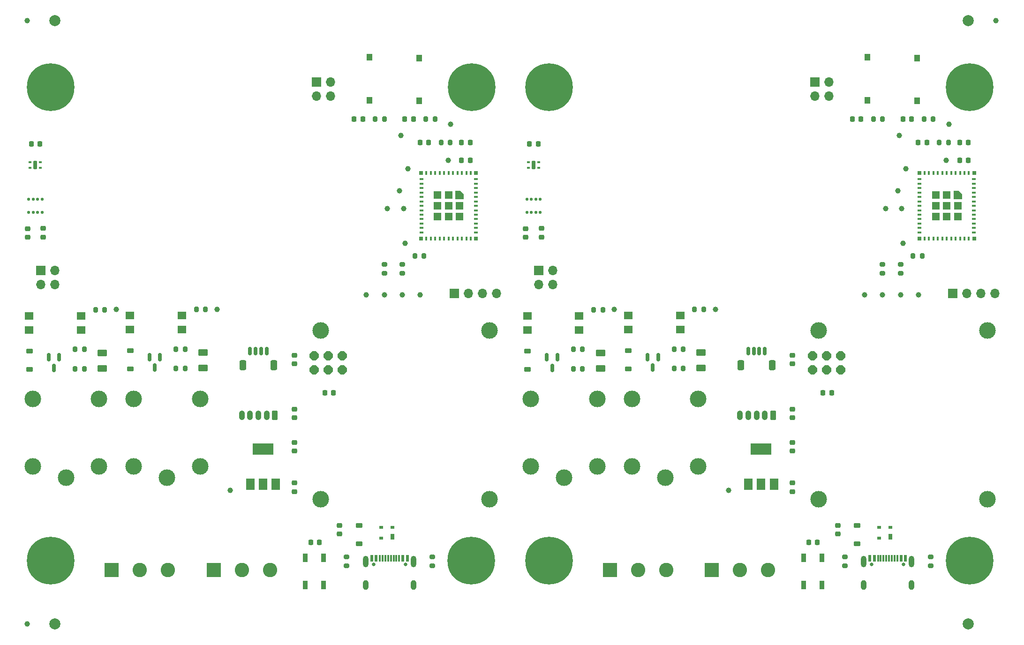
<source format=gbr>
%TF.GenerationSoftware,KiCad,Pcbnew,(7.0.0-0)*%
%TF.CreationDate,2023-04-22T21:20:02-04:00*%
%TF.ProjectId,KwartzLab-SensorBoard-Rev3 Panel,4b776172-747a-44c6-9162-2d53656e736f,3*%
%TF.SameCoordinates,Original*%
%TF.FileFunction,Soldermask,Top*%
%TF.FilePolarity,Negative*%
%FSLAX46Y46*%
G04 Gerber Fmt 4.6, Leading zero omitted, Abs format (unit mm)*
G04 Created by KiCad (PCBNEW (7.0.0-0)) date 2023-04-22 21:20:02*
%MOMM*%
%LPD*%
G01*
G04 APERTURE LIST*
G04 Aperture macros list*
%AMRoundRect*
0 Rectangle with rounded corners*
0 $1 Rounding radius*
0 $2 $3 $4 $5 $6 $7 $8 $9 X,Y pos of 4 corners*
0 Add a 4 corners polygon primitive as box body*
4,1,4,$2,$3,$4,$5,$6,$7,$8,$9,$2,$3,0*
0 Add four circle primitives for the rounded corners*
1,1,$1+$1,$2,$3*
1,1,$1+$1,$4,$5*
1,1,$1+$1,$6,$7*
1,1,$1+$1,$8,$9*
0 Add four rect primitives between the rounded corners*
20,1,$1+$1,$2,$3,$4,$5,0*
20,1,$1+$1,$4,$5,$6,$7,0*
20,1,$1+$1,$6,$7,$8,$9,0*
20,1,$1+$1,$8,$9,$2,$3,0*%
%AMFreePoly0*
4,1,6,0.725000,-0.725000,-0.725000,-0.725000,-0.725000,0.125000,-0.125000,0.725000,0.725000,0.725000,0.725000,-0.725000,0.725000,-0.725000,$1*%
%AMFreePoly1*
4,1,17,0.356937,0.810921,0.810921,0.356937,0.825800,0.321016,0.825800,-0.321016,0.810921,-0.356937,0.356937,-0.810921,0.321016,-0.825800,-0.321016,-0.825800,-0.356937,-0.810921,-0.810921,-0.356937,-0.825800,-0.321016,-0.825800,0.321016,-0.810921,0.356937,-0.356937,0.810921,-0.321016,0.825800,0.321016,0.825800,0.356937,0.810921,0.356937,0.810921,$1*%
G04 Aperture macros list end*
%ADD10R,1.700000X1.700000*%
%ADD11O,1.700000X1.700000*%
%ADD12RoundRect,0.225000X-0.375000X0.225000X-0.375000X-0.225000X0.375000X-0.225000X0.375000X0.225000X0*%
%ADD13R,1.000000X1.250000*%
%ADD14C,1.000000*%
%ADD15RoundRect,0.225000X-0.225000X-0.250000X0.225000X-0.250000X0.225000X0.250000X-0.225000X0.250000X0*%
%ADD16C,0.900000*%
%ADD17C,8.600000*%
%ADD18C,2.000000*%
%ADD19R,1.500000X2.000000*%
%ADD20R,3.800000X2.000000*%
%ADD21RoundRect,0.200000X0.200000X0.275000X-0.200000X0.275000X-0.200000X-0.275000X0.200000X-0.275000X0*%
%ADD22RoundRect,0.150000X-0.150000X0.587500X-0.150000X-0.587500X0.150000X-0.587500X0.150000X0.587500X0*%
%ADD23RoundRect,0.250000X0.265000X0.615000X-0.265000X0.615000X-0.265000X-0.615000X0.265000X-0.615000X0*%
%ADD24O,1.030000X1.730000*%
%ADD25RoundRect,0.200000X-0.200000X-0.275000X0.200000X-0.275000X0.200000X0.275000X-0.200000X0.275000X0*%
%ADD26R,0.400000X0.800000*%
%ADD27R,0.800000X0.400000*%
%ADD28FreePoly0,270.000000*%
%ADD29R,1.450000X1.450000*%
%ADD30R,0.700000X0.700000*%
%ADD31RoundRect,0.225000X-0.250000X0.225000X-0.250000X-0.225000X0.250000X-0.225000X0.250000X0.225000X0*%
%ADD32RoundRect,0.250000X-0.625000X0.375000X-0.625000X-0.375000X0.625000X-0.375000X0.625000X0.375000X0*%
%ADD33RoundRect,0.200000X-0.275000X0.200000X-0.275000X-0.200000X0.275000X-0.200000X0.275000X0.200000X0*%
%ADD34C,3.000000*%
%ADD35R,0.700000X1.000000*%
%ADD36R,0.700000X0.600000*%
%ADD37RoundRect,0.225000X0.225000X0.250000X-0.225000X0.250000X-0.225000X-0.250000X0.225000X-0.250000X0*%
%ADD38R,1.600000X1.400000*%
%ADD39R,2.600000X2.600000*%
%ADD40C,2.600000*%
%ADD41RoundRect,0.225000X0.250000X-0.225000X0.250000X0.225000X-0.250000X0.225000X-0.250000X-0.225000X0*%
%ADD42R,0.900000X1.500000*%
%ADD43RoundRect,0.087500X-0.187500X-0.087500X0.187500X-0.087500X0.187500X0.087500X-0.187500X0.087500X0*%
%ADD44RoundRect,0.175000X-0.175000X-0.625000X0.175000X-0.625000X0.175000X0.625000X-0.175000X0.625000X0*%
%ADD45RoundRect,0.150000X0.150000X0.625000X-0.150000X0.625000X-0.150000X-0.625000X0.150000X-0.625000X0*%
%ADD46RoundRect,0.250000X0.350000X0.650000X-0.350000X0.650000X-0.350000X-0.650000X0.350000X-0.650000X0*%
%ADD47FreePoly1,180.000000*%
%ADD48RoundRect,0.125000X-0.125000X-0.137500X0.125000X-0.137500X0.125000X0.137500X-0.125000X0.137500X0*%
%ADD49C,0.650000*%
%ADD50R,0.600000X1.150000*%
%ADD51R,0.300000X1.150000*%
%ADD52O,1.000000X2.100000*%
%ADD53O,1.000000X1.800000*%
G04 APERTURE END LIST*
D10*
%TO.C,J8*%
X144649993Y-67619999D03*
D11*
X147189993Y-67619999D03*
X144649993Y-70159999D03*
X147189993Y-70159999D03*
%TD*%
D12*
%TO.C,D7*%
X160819994Y-82122500D03*
X160819994Y-85422500D03*
%TD*%
D13*
%TO.C,SW1*%
X203999993Y-29124999D03*
X203999993Y-36874999D03*
%TD*%
D14*
%TO.C,TP2*%
X158289994Y-74680000D03*
%TD*%
D15*
%TO.C,C7*%
X201249994Y-40250000D03*
X202799994Y-40250000D03*
%TD*%
D16*
%TO.C,H3*%
X129249994Y-34500000D03*
X130194575Y-32219581D03*
X130194575Y-36780419D03*
X132474994Y-31275000D03*
D17*
X132474994Y-34500000D03*
D16*
X132474994Y-37725000D03*
X134755413Y-32219581D03*
X134755413Y-36780419D03*
X135699994Y-34500000D03*
%TD*%
D18*
%TO.C,REF\u002A\u002A*%
X57242806Y-22500000D03*
%TD*%
D19*
%TO.C,U2*%
X182489993Y-106199999D03*
X184789993Y-106199999D03*
D20*
X184789993Y-99899999D03*
D19*
X187089993Y-106199999D03*
%TD*%
D16*
%TO.C,H1*%
X53292806Y-120000000D03*
X54237387Y-117719581D03*
X54237387Y-122280419D03*
X56517806Y-116775000D03*
D17*
X56517806Y-120000000D03*
D16*
X56517806Y-123225000D03*
X58798225Y-117719581D03*
X58798225Y-122280419D03*
X59742806Y-120000000D03*
%TD*%
D21*
%TO.C,R13*%
X170719994Y-81830000D03*
X169069994Y-81830000D03*
%TD*%
D14*
%TO.C,TP8*%
X210159994Y-56410000D03*
%TD*%
%TO.C,TP9*%
X209949994Y-72000000D03*
%TD*%
D10*
%TO.C,J1*%
X219369993Y-71749999D03*
D11*
X221909993Y-71749999D03*
X224449993Y-71749999D03*
X226989993Y-71749999D03*
%TD*%
D14*
%TO.C,TP1*%
X120992806Y-49250000D03*
%TD*%
D16*
%TO.C,H4*%
X143249994Y-34500000D03*
X144194575Y-32219581D03*
X144194575Y-36780419D03*
X146474994Y-31275000D03*
D17*
X146474994Y-34500000D03*
D16*
X146474994Y-37725000D03*
X148755413Y-32219581D03*
X148755413Y-36780419D03*
X149699994Y-34500000D03*
%TD*%
D22*
%TO.C,Q2*%
X76222806Y-83265000D03*
X74322806Y-83265000D03*
X75272806Y-85140000D03*
%TD*%
D23*
%TO.C,J3*%
X96992806Y-93750000D03*
D24*
X95492805Y-93749999D03*
X93992805Y-93749999D03*
X92492805Y-93749999D03*
X90992805Y-93749999D03*
%TD*%
D25*
%TO.C,R6*%
X205049994Y-40250000D03*
X206699994Y-40250000D03*
%TD*%
D10*
%TO.C,J1*%
X129412805Y-71749999D03*
D11*
X131952805Y-71749999D03*
X134492805Y-71749999D03*
X137032805Y-71749999D03*
%TD*%
D15*
%TO.C,C3*%
X220649994Y-44500000D03*
X222199994Y-44500000D03*
%TD*%
%TO.C,C9*%
X193399994Y-116750000D03*
X194949994Y-116750000D03*
%TD*%
D14*
%TO.C,REF\u002A\u002A*%
X52242806Y-131500000D03*
%TD*%
D15*
%TO.C,C2*%
X130692806Y-47750000D03*
X132242806Y-47750000D03*
%TD*%
D26*
%TO.C,U1*%
X132342805Y-50049999D03*
X131542805Y-50049999D03*
X130742805Y-50049999D03*
X129942805Y-50049999D03*
X129142805Y-50049999D03*
X128342805Y-50049999D03*
X127542805Y-50049999D03*
X126742805Y-50049999D03*
X125942805Y-50049999D03*
X125142805Y-50049999D03*
X124342805Y-50049999D03*
D27*
X123442805Y-51149999D03*
X123442805Y-51949999D03*
X123442805Y-52749999D03*
X123442805Y-53549999D03*
X123442805Y-54349999D03*
X123442805Y-55149999D03*
X123442805Y-55949999D03*
X123442805Y-56749999D03*
X123442805Y-57549999D03*
X123442805Y-58349999D03*
X123442805Y-59149999D03*
X123442805Y-59949999D03*
X123442805Y-60749999D03*
D26*
X124342805Y-61849999D03*
X125142805Y-61849999D03*
X125942805Y-61849999D03*
X126742805Y-61849999D03*
X127542805Y-61849999D03*
X128342805Y-61849999D03*
X129142805Y-61849999D03*
X129942805Y-61849999D03*
X130742805Y-61849999D03*
X131542805Y-61849999D03*
X132342805Y-61849999D03*
D27*
X133242805Y-60749999D03*
X133242805Y-59949999D03*
X133242805Y-59149999D03*
X133242805Y-58349999D03*
X133242805Y-57549999D03*
X133242805Y-56749999D03*
X133242805Y-55949999D03*
X133242805Y-55149999D03*
X133242805Y-54349999D03*
X133242805Y-53549999D03*
X133242805Y-52749999D03*
X133242805Y-51949999D03*
X133242805Y-51149999D03*
D28*
X130317806Y-53975000D03*
D29*
X128342805Y-53974999D03*
X126367805Y-53974999D03*
X130317805Y-55949999D03*
X128342805Y-55949999D03*
X126367805Y-55949999D03*
X130317805Y-57924999D03*
X128342805Y-57924999D03*
X126367805Y-57924999D03*
D30*
X133292805Y-61899999D03*
X123392805Y-61899999D03*
X123392805Y-49999999D03*
X133292805Y-49999999D03*
%TD*%
D31*
%TO.C,C11*%
X145107752Y-60040000D03*
X145107752Y-61590000D03*
%TD*%
D32*
%TO.C,D4*%
X155759994Y-82502500D03*
X155759994Y-85302500D03*
%TD*%
D33*
%TO.C,R4*%
X109922806Y-119350000D03*
X109922806Y-121000000D03*
%TD*%
D14*
%TO.C,REF\u002A\u002A*%
X227157194Y-22500000D03*
%TD*%
D34*
%TO.C,K2*%
X77492806Y-105050000D03*
X71492806Y-90850000D03*
X83492806Y-90850000D03*
X83492806Y-103050000D03*
X71492806Y-103050000D03*
%TD*%
D14*
%TO.C,TP4*%
X203449994Y-72000000D03*
%TD*%
D15*
%TO.C,C2*%
X220649994Y-47750000D03*
X222199994Y-47750000D03*
%TD*%
D25*
%TO.C,R14*%
X212199994Y-64990000D03*
X213849994Y-64990000D03*
%TD*%
D16*
%TO.C,H2*%
X129237387Y-120000000D03*
X130181968Y-117719581D03*
X130181968Y-122280419D03*
X132462387Y-116775000D03*
D17*
X132462387Y-120000000D03*
D16*
X132462387Y-123225000D03*
X134742806Y-117719581D03*
X134742806Y-122280419D03*
X135687387Y-120000000D03*
%TD*%
D31*
%TO.C,C6*%
X198629994Y-113700000D03*
X198629994Y-115250000D03*
%TD*%
D35*
%TO.C,D1*%
X208129993Y-115749999D03*
D36*
X208129993Y-114049999D03*
X206129993Y-114049999D03*
X206129993Y-115949999D03*
%TD*%
D14*
%TO.C,REF\u002A\u002A*%
X52242806Y-22500000D03*
%TD*%
%TO.C,TP10*%
X178899994Y-107350000D03*
%TD*%
D16*
%TO.C,H4*%
X53292806Y-34500000D03*
X54237387Y-32219581D03*
X54237387Y-36780419D03*
X56517806Y-31275000D03*
D17*
X56517806Y-34500000D03*
D16*
X56517806Y-37725000D03*
X58798225Y-32219581D03*
X58798225Y-36780419D03*
X59742806Y-34500000D03*
%TD*%
D37*
%TO.C,C14*%
X197499994Y-89750000D03*
X195949994Y-89750000D03*
%TD*%
D33*
%TO.C,R1*%
X119992806Y-66500000D03*
X119992806Y-68150000D03*
%TD*%
D15*
%TO.C,C10*%
X52992806Y-44791017D03*
X54542806Y-44791017D03*
%TD*%
%TO.C,C1*%
X213149994Y-44500000D03*
X214699994Y-44500000D03*
%TD*%
D38*
%TO.C,OC2*%
X160789993Y-75769999D03*
X160789993Y-78309999D03*
X170149993Y-78309999D03*
X170149993Y-75769999D03*
%TD*%
D39*
%TO.C,J6*%
X85907805Y-121749999D03*
D40*
X90987806Y-121750000D03*
X96067806Y-121750000D03*
%TD*%
D14*
%TO.C,TP10*%
X88942806Y-107350000D03*
%TD*%
D10*
%TO.C,J9*%
X194449993Y-33609999D03*
D11*
X196989993Y-33609999D03*
X194449993Y-36149999D03*
X196989993Y-36149999D03*
%TD*%
D41*
%TO.C,C15*%
X100492806Y-84500000D03*
X100492806Y-82950000D03*
%TD*%
D42*
%TO.C,D3*%
X102492805Y-124399999D03*
X105792805Y-124399999D03*
X105792805Y-119499999D03*
X102492805Y-119499999D03*
%TD*%
D41*
%TO.C,C13*%
X100492806Y-94250000D03*
X100492806Y-92700000D03*
%TD*%
D33*
%TO.C,R5*%
X215379994Y-119350000D03*
X215379994Y-121000000D03*
%TD*%
D18*
%TO.C,REF\u002A\u002A*%
X222157194Y-22500000D03*
%TD*%
D14*
%TO.C,TP9*%
X119992806Y-72000000D03*
%TD*%
D12*
%TO.C,D2*%
X202129994Y-113700000D03*
X202129994Y-117000000D03*
%TD*%
D43*
%TO.C,U3*%
X142749994Y-48103517D03*
X142749994Y-49103517D03*
X144599994Y-49103517D03*
X144599994Y-48103517D03*
D44*
X143674994Y-48603517D03*
%TD*%
D31*
%TO.C,C12*%
X52320564Y-60050000D03*
X52320564Y-61600000D03*
%TD*%
D18*
%TO.C,REF\u002A\u002A*%
X57242806Y-131500000D03*
%TD*%
D13*
%TO.C,SW2*%
X122992805Y-29249999D03*
X122992805Y-36999999D03*
%TD*%
D41*
%TO.C,C5*%
X100492806Y-100250000D03*
X100492806Y-98700000D03*
%TD*%
D14*
%TO.C,TP4*%
X113492806Y-72000000D03*
%TD*%
D25*
%TO.C,R7*%
X124242806Y-40250000D03*
X125892806Y-40250000D03*
%TD*%
D32*
%TO.C,D5*%
X173949994Y-82442500D03*
X173949994Y-85242500D03*
%TD*%
D12*
%TO.C,D2*%
X112172806Y-113700000D03*
X112172806Y-117000000D03*
%TD*%
D21*
%TO.C,R10*%
X62572806Y-85390000D03*
X60922806Y-85390000D03*
%TD*%
D12*
%TO.C,D6*%
X142629994Y-82182500D03*
X142629994Y-85482500D03*
%TD*%
D14*
%TO.C,TP3*%
X86552806Y-74650000D03*
%TD*%
D15*
%TO.C,C1*%
X123192806Y-44500000D03*
X124742806Y-44500000D03*
%TD*%
D33*
%TO.C,R5*%
X125422806Y-119350000D03*
X125422806Y-121000000D03*
%TD*%
%TO.C,R4*%
X199879994Y-119350000D03*
X199879994Y-121000000D03*
%TD*%
D41*
%TO.C,C5*%
X190449994Y-100250000D03*
X190449994Y-98700000D03*
%TD*%
D45*
%TO.C,J7*%
X95492806Y-82225000D03*
X94492806Y-82225000D03*
X93492806Y-82225000D03*
X92492806Y-82225000D03*
D46*
X96792806Y-84750000D03*
X91192806Y-84750000D03*
%TD*%
D23*
%TO.C,J3*%
X186949994Y-93750000D03*
D24*
X185449993Y-93749999D03*
X183949993Y-93749999D03*
X182449993Y-93749999D03*
X180949993Y-93749999D03*
%TD*%
D15*
%TO.C,C8*%
X120442806Y-40250000D03*
X121992806Y-40250000D03*
%TD*%
D25*
%TO.C,R14*%
X122242806Y-64990000D03*
X123892806Y-64990000D03*
%TD*%
D12*
%TO.C,D6*%
X52672806Y-82182500D03*
X52672806Y-85482500D03*
%TD*%
D14*
%TO.C,TP15*%
X218699994Y-41250000D03*
%TD*%
D21*
%TO.C,R11*%
X152529994Y-81890000D03*
X150879994Y-81890000D03*
%TD*%
D39*
%TO.C,J6*%
X175864993Y-121749999D03*
D40*
X180944994Y-121750000D03*
X186024994Y-121750000D03*
%TD*%
D14*
%TO.C,TP13*%
X119742806Y-43250000D03*
%TD*%
D38*
%TO.C,OC1*%
X52627805Y-75864999D03*
X52627805Y-78404999D03*
X61987805Y-78404999D03*
X61987805Y-75864999D03*
%TD*%
D14*
%TO.C,TP6*%
X128242806Y-47750000D03*
%TD*%
D39*
%TO.C,J5*%
X67492805Y-121749999D03*
D40*
X72572806Y-121750000D03*
X77652806Y-121750000D03*
%TD*%
D37*
%TO.C,C14*%
X107542806Y-89750000D03*
X105992806Y-89750000D03*
%TD*%
D14*
%TO.C,TP14*%
X209449994Y-53250000D03*
%TD*%
D38*
%TO.C,OC2*%
X70832805Y-75769999D03*
X70832805Y-78309999D03*
X80192805Y-78309999D03*
X80192805Y-75769999D03*
%TD*%
D34*
%TO.C,J4*%
X135715934Y-108944944D03*
X135715934Y-78464944D03*
X105235934Y-108944944D03*
X105235934Y-78464944D03*
D47*
X109175734Y-83034144D03*
X109175734Y-85574144D03*
X106635734Y-83034144D03*
X106635734Y-85574144D03*
X104095734Y-83034144D03*
X104095734Y-85574144D03*
%TD*%
D48*
%TO.C,U4*%
X142482475Y-54771868D03*
X143282475Y-54771868D03*
X144082475Y-54771868D03*
X144882475Y-54771868D03*
X144882475Y-57146868D03*
X144082475Y-57146868D03*
X143282475Y-57146868D03*
X142482475Y-57146868D03*
%TD*%
D22*
%TO.C,Q2*%
X166179994Y-83265000D03*
X164279994Y-83265000D03*
X165229994Y-85140000D03*
%TD*%
D21*
%TO.C,R13*%
X80762806Y-81830000D03*
X79112806Y-81830000D03*
%TD*%
%TO.C,R12*%
X80762806Y-85330000D03*
X79112806Y-85330000D03*
%TD*%
D33*
%TO.C,R1*%
X209949994Y-66500000D03*
X209949994Y-68150000D03*
%TD*%
D14*
%TO.C,TP1*%
X210949994Y-49250000D03*
%TD*%
D41*
%TO.C,C13*%
X190449994Y-94250000D03*
X190449994Y-92700000D03*
%TD*%
D14*
%TO.C,TP5*%
X213199994Y-72000000D03*
%TD*%
D26*
%TO.C,U1*%
X222299993Y-50049999D03*
X221499993Y-50049999D03*
X220699993Y-50049999D03*
X219899993Y-50049999D03*
X219099993Y-50049999D03*
X218299993Y-50049999D03*
X217499993Y-50049999D03*
X216699993Y-50049999D03*
X215899993Y-50049999D03*
X215099993Y-50049999D03*
X214299993Y-50049999D03*
D27*
X213399993Y-51149999D03*
X213399993Y-51949999D03*
X213399993Y-52749999D03*
X213399993Y-53549999D03*
X213399993Y-54349999D03*
X213399993Y-55149999D03*
X213399993Y-55949999D03*
X213399993Y-56749999D03*
X213399993Y-57549999D03*
X213399993Y-58349999D03*
X213399993Y-59149999D03*
X213399993Y-59949999D03*
X213399993Y-60749999D03*
D26*
X214299993Y-61849999D03*
X215099993Y-61849999D03*
X215899993Y-61849999D03*
X216699993Y-61849999D03*
X217499993Y-61849999D03*
X218299993Y-61849999D03*
X219099993Y-61849999D03*
X219899993Y-61849999D03*
X220699993Y-61849999D03*
X221499993Y-61849999D03*
X222299993Y-61849999D03*
D27*
X223199993Y-60749999D03*
X223199993Y-59949999D03*
X223199993Y-59149999D03*
X223199993Y-58349999D03*
X223199993Y-57549999D03*
X223199993Y-56749999D03*
X223199993Y-55949999D03*
X223199993Y-55149999D03*
X223199993Y-54349999D03*
X223199993Y-53549999D03*
X223199993Y-52749999D03*
X223199993Y-51949999D03*
X223199993Y-51149999D03*
D28*
X220274994Y-53975000D03*
D29*
X218299993Y-53974999D03*
X216324993Y-53974999D03*
X220274993Y-55949999D03*
X218299993Y-55949999D03*
X216324993Y-55949999D03*
X220274993Y-57924999D03*
X218299993Y-57924999D03*
X216324993Y-57924999D03*
D30*
X223249993Y-61899999D03*
X213349993Y-61899999D03*
X213349993Y-49999999D03*
X223249993Y-49999999D03*
%TD*%
D12*
%TO.C,D7*%
X70862806Y-82122500D03*
X70862806Y-85422500D03*
%TD*%
D21*
%TO.C,R9*%
X174389994Y-74650000D03*
X172739994Y-74650000D03*
%TD*%
D38*
%TO.C,OC1*%
X142584993Y-75864999D03*
X142584993Y-78404999D03*
X151944993Y-78404999D03*
X151944993Y-75864999D03*
%TD*%
D42*
%TO.C,D3*%
X192449993Y-124399999D03*
X195749993Y-124399999D03*
X195749993Y-119499999D03*
X192449993Y-119499999D03*
%TD*%
D14*
%TO.C,TP12*%
X210449994Y-62750000D03*
%TD*%
D33*
%TO.C,R2*%
X206699994Y-66500000D03*
X206699994Y-68150000D03*
%TD*%
D41*
%TO.C,C15*%
X190449994Y-84500000D03*
X190449994Y-82950000D03*
%TD*%
D10*
%TO.C,J8*%
X54692805Y-67619999D03*
D11*
X57232805Y-67619999D03*
X54692805Y-70159999D03*
X57232805Y-70159999D03*
%TD*%
D14*
%TO.C,TP11*%
X116742806Y-72000000D03*
%TD*%
D34*
%TO.C,J4*%
X225673122Y-108944944D03*
X225673122Y-78464944D03*
X195193122Y-108944944D03*
X195193122Y-78464944D03*
D47*
X199132922Y-83034144D03*
X199132922Y-85574144D03*
X196592922Y-83034144D03*
X196592922Y-85574144D03*
X194052922Y-83034144D03*
X194052922Y-85574144D03*
%TD*%
D16*
%TO.C,H3*%
X219207182Y-34500000D03*
X220151763Y-32219581D03*
X220151763Y-36780419D03*
X222432182Y-31275000D03*
D17*
X222432182Y-34500000D03*
D16*
X222432182Y-37725000D03*
X224712601Y-32219581D03*
X224712601Y-36780419D03*
X225657182Y-34500000D03*
%TD*%
D21*
%TO.C,R12*%
X170719994Y-85330000D03*
X169069994Y-85330000D03*
%TD*%
D14*
%TO.C,TP14*%
X119492806Y-53250000D03*
%TD*%
D15*
%TO.C,C3*%
X130692806Y-44500000D03*
X132242806Y-44500000D03*
%TD*%
D41*
%TO.C,C4*%
X190449994Y-107550000D03*
X190449994Y-106000000D03*
%TD*%
D48*
%TO.C,U4*%
X52525287Y-54771868D03*
X53325287Y-54771868D03*
X54125287Y-54771868D03*
X54925287Y-54771868D03*
X54925287Y-57146868D03*
X54125287Y-57146868D03*
X53325287Y-57146868D03*
X52525287Y-57146868D03*
%TD*%
D21*
%TO.C,R8*%
X156199994Y-74710000D03*
X154549994Y-74710000D03*
%TD*%
D14*
%TO.C,TP8*%
X120202806Y-56410000D03*
%TD*%
D32*
%TO.C,D4*%
X65802806Y-82502500D03*
X65802806Y-85302500D03*
%TD*%
D14*
%TO.C,TP5*%
X123242806Y-72000000D03*
%TD*%
%TO.C,TP12*%
X120492806Y-62750000D03*
%TD*%
D31*
%TO.C,C6*%
X108672806Y-113700000D03*
X108672806Y-115250000D03*
%TD*%
D39*
%TO.C,J5*%
X157449993Y-121749999D03*
D40*
X162529994Y-121750000D03*
X167609994Y-121750000D03*
%TD*%
D49*
%TO.C,J2*%
X204739994Y-120720000D03*
X210519994Y-120720000D03*
D50*
X204429993Y-119644999D03*
X205229993Y-119644999D03*
D51*
X206379993Y-119644999D03*
X207379993Y-119644999D03*
X207879993Y-119644999D03*
X208879993Y-119644999D03*
D50*
X210029993Y-119644999D03*
X210829993Y-119644999D03*
X210829993Y-119644999D03*
X210029993Y-119644999D03*
D51*
X209379993Y-119644999D03*
X208379993Y-119644999D03*
X206879993Y-119644999D03*
X205879993Y-119644999D03*
D50*
X205229993Y-119644999D03*
X204429993Y-119644999D03*
D52*
X203309993Y-120219999D03*
D53*
X203309993Y-124399999D03*
D52*
X211949993Y-120219999D03*
D53*
X211949993Y-124399999D03*
%TD*%
D49*
%TO.C,J2*%
X114782806Y-120720000D03*
X120562806Y-120720000D03*
D50*
X114472805Y-119644999D03*
X115272805Y-119644999D03*
D51*
X116422805Y-119644999D03*
X117422805Y-119644999D03*
X117922805Y-119644999D03*
X118922805Y-119644999D03*
D50*
X120072805Y-119644999D03*
X120872805Y-119644999D03*
X120872805Y-119644999D03*
X120072805Y-119644999D03*
D51*
X119422805Y-119644999D03*
X118422805Y-119644999D03*
X116922805Y-119644999D03*
X115922805Y-119644999D03*
D50*
X115272805Y-119644999D03*
X114472805Y-119644999D03*
D52*
X113352805Y-120219999D03*
D53*
X113352805Y-124399999D03*
D52*
X121992805Y-120219999D03*
D53*
X121992805Y-124399999D03*
%TD*%
D14*
%TO.C,TP13*%
X209699994Y-43250000D03*
%TD*%
D10*
%TO.C,J9*%
X104492805Y-33609999D03*
D11*
X107032805Y-33609999D03*
X104492805Y-36149999D03*
X107032805Y-36149999D03*
%TD*%
D33*
%TO.C,R2*%
X116742806Y-66500000D03*
X116742806Y-68150000D03*
%TD*%
D21*
%TO.C,R11*%
X62572806Y-81890000D03*
X60922806Y-81890000D03*
%TD*%
D43*
%TO.C,U3*%
X52792806Y-48103517D03*
X52792806Y-49103517D03*
X54642806Y-49103517D03*
X54642806Y-48103517D03*
D44*
X53717806Y-48603517D03*
%TD*%
D15*
%TO.C,C10*%
X142949994Y-44791017D03*
X144499994Y-44791017D03*
%TD*%
D14*
%TO.C,TP7*%
X207269994Y-56410000D03*
%TD*%
D21*
%TO.C,R10*%
X152529994Y-85390000D03*
X150879994Y-85390000D03*
%TD*%
D16*
%TO.C,H1*%
X143249994Y-120000000D03*
X144194575Y-117719581D03*
X144194575Y-122280419D03*
X146474994Y-116775000D03*
D17*
X146474994Y-120000000D03*
D16*
X146474994Y-123225000D03*
X148755413Y-117719581D03*
X148755413Y-122280419D03*
X149699994Y-120000000D03*
%TD*%
D13*
%TO.C,SW2*%
X212949993Y-29249999D03*
X212949993Y-36999999D03*
%TD*%
D34*
%TO.C,K2*%
X167449994Y-105050000D03*
X161449994Y-90850000D03*
X173449994Y-90850000D03*
X173449994Y-103050000D03*
X161449994Y-103050000D03*
%TD*%
D21*
%TO.C,R9*%
X84432806Y-74650000D03*
X82782806Y-74650000D03*
%TD*%
%TO.C,R8*%
X66242806Y-74710000D03*
X64592806Y-74710000D03*
%TD*%
%TO.C,R3*%
X218599994Y-44500000D03*
X216949994Y-44500000D03*
%TD*%
D15*
%TO.C,C7*%
X111292806Y-40250000D03*
X112842806Y-40250000D03*
%TD*%
D14*
%TO.C,TP15*%
X128742806Y-41250000D03*
%TD*%
%TO.C,TP6*%
X218199994Y-47750000D03*
%TD*%
D19*
%TO.C,U2*%
X92532805Y-106199999D03*
X94832805Y-106199999D03*
D20*
X94832805Y-99899999D03*
D19*
X97132805Y-106199999D03*
%TD*%
D32*
%TO.C,D5*%
X83992806Y-82442500D03*
X83992806Y-85242500D03*
%TD*%
D35*
%TO.C,D1*%
X118172805Y-115749999D03*
D36*
X118172805Y-114049999D03*
X116172805Y-114049999D03*
X116172805Y-115949999D03*
%TD*%
D45*
%TO.C,J7*%
X185449994Y-82225000D03*
X184449994Y-82225000D03*
X183449994Y-82225000D03*
X182449994Y-82225000D03*
D46*
X186749994Y-84750000D03*
X181149994Y-84750000D03*
%TD*%
D14*
%TO.C,TP11*%
X206699994Y-72000000D03*
%TD*%
D41*
%TO.C,C4*%
X100492806Y-107550000D03*
X100492806Y-106000000D03*
%TD*%
D16*
%TO.C,H2*%
X219194575Y-120000000D03*
X220139156Y-117719581D03*
X220139156Y-122280419D03*
X222419575Y-116775000D03*
D17*
X222419575Y-120000000D03*
D16*
X222419575Y-123225000D03*
X224699994Y-117719581D03*
X224699994Y-122280419D03*
X225644575Y-120000000D03*
%TD*%
D25*
%TO.C,R6*%
X115092806Y-40250000D03*
X116742806Y-40250000D03*
%TD*%
D34*
%TO.C,K1*%
X149199994Y-105050000D03*
X143199994Y-90850000D03*
X155199994Y-90850000D03*
X155199994Y-103050000D03*
X143199994Y-103050000D03*
%TD*%
D14*
%TO.C,TP3*%
X176509994Y-74650000D03*
%TD*%
D22*
%TO.C,Q1*%
X58032806Y-83325000D03*
X56132806Y-83325000D03*
X57082806Y-85200000D03*
%TD*%
D34*
%TO.C,K1*%
X59242806Y-105050000D03*
X53242806Y-90850000D03*
X65242806Y-90850000D03*
X65242806Y-103050000D03*
X53242806Y-103050000D03*
%TD*%
D31*
%TO.C,C11*%
X55150564Y-60040000D03*
X55150564Y-61590000D03*
%TD*%
D18*
%TO.C,REF\u002A\u002A*%
X222157194Y-131500000D03*
%TD*%
D15*
%TO.C,C9*%
X103442806Y-116750000D03*
X104992806Y-116750000D03*
%TD*%
D14*
%TO.C,TP7*%
X117312806Y-56410000D03*
%TD*%
D25*
%TO.C,R7*%
X214199994Y-40250000D03*
X215849994Y-40250000D03*
%TD*%
D15*
%TO.C,C8*%
X210399994Y-40250000D03*
X211949994Y-40250000D03*
%TD*%
D14*
%TO.C,TP2*%
X68332806Y-74680000D03*
%TD*%
D22*
%TO.C,Q1*%
X147989994Y-83325000D03*
X146089994Y-83325000D03*
X147039994Y-85200000D03*
%TD*%
D21*
%TO.C,R3*%
X128642806Y-44500000D03*
X126992806Y-44500000D03*
%TD*%
D31*
%TO.C,C12*%
X142277752Y-60050000D03*
X142277752Y-61600000D03*
%TD*%
D13*
%TO.C,SW1*%
X114042805Y-29124999D03*
X114042805Y-36874999D03*
%TD*%
M02*

</source>
